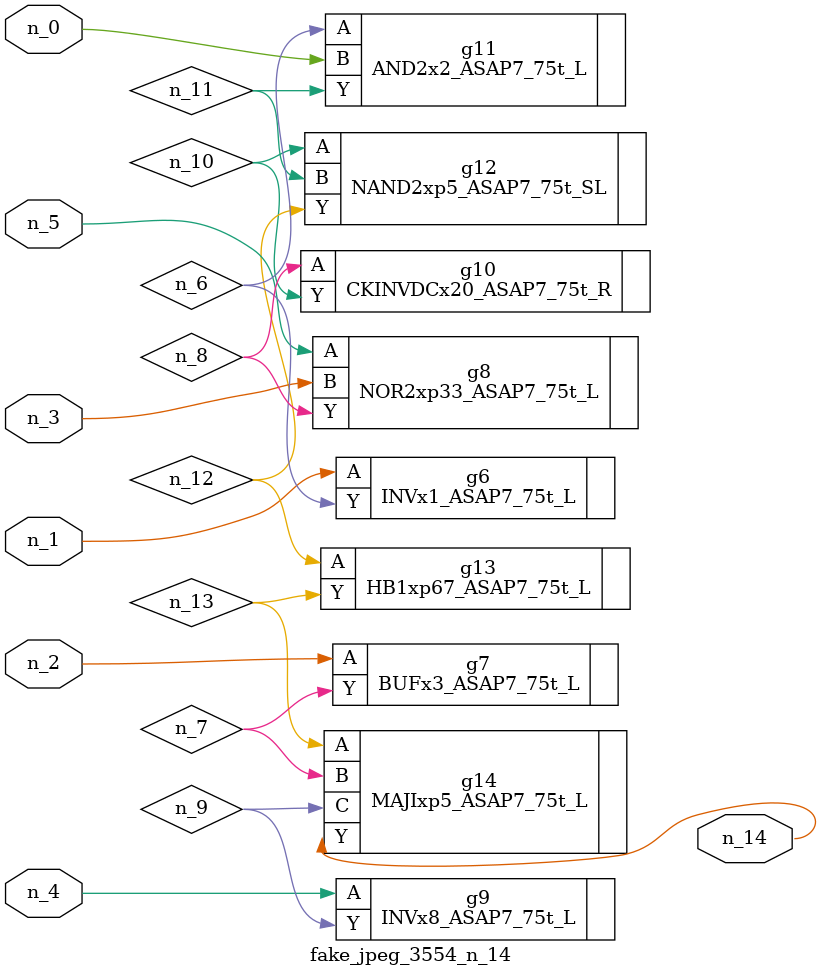
<source format=v>
module fake_jpeg_3554_n_14 (n_3, n_2, n_1, n_0, n_4, n_5, n_14);

input n_3;
input n_2;
input n_1;
input n_0;
input n_4;
input n_5;

output n_14;

wire n_13;
wire n_11;
wire n_10;
wire n_12;
wire n_8;
wire n_9;
wire n_6;
wire n_7;

INVx1_ASAP7_75t_L g6 ( 
.A(n_1),
.Y(n_6)
);

BUFx3_ASAP7_75t_L g7 ( 
.A(n_2),
.Y(n_7)
);

NOR2xp33_ASAP7_75t_L g8 ( 
.A(n_5),
.B(n_3),
.Y(n_8)
);

INVx8_ASAP7_75t_L g9 ( 
.A(n_4),
.Y(n_9)
);

CKINVDCx20_ASAP7_75t_R g10 ( 
.A(n_8),
.Y(n_10)
);

NAND2xp5_ASAP7_75t_SL g12 ( 
.A(n_10),
.B(n_11),
.Y(n_12)
);

AND2x2_ASAP7_75t_L g11 ( 
.A(n_6),
.B(n_0),
.Y(n_11)
);

HB1xp67_ASAP7_75t_L g13 ( 
.A(n_12),
.Y(n_13)
);

MAJIxp5_ASAP7_75t_L g14 ( 
.A(n_13),
.B(n_7),
.C(n_9),
.Y(n_14)
);


endmodule
</source>
